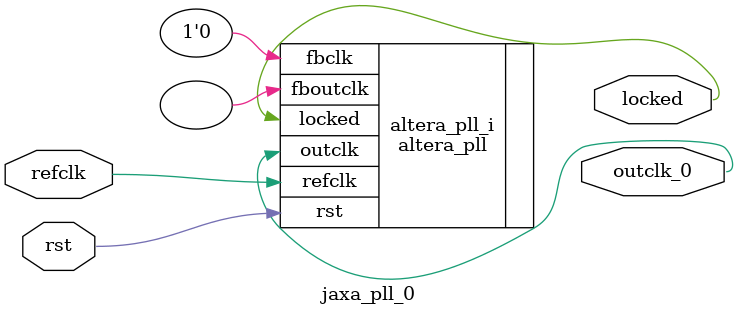
<source format=v>
`timescale 1ns/10ps
module  jaxa_pll_0(

	// interface 'refclk'
	input wire refclk,

	// interface 'reset'
	input wire rst,

	// interface 'outclk0'
	output wire outclk_0,

	// interface 'locked'
	output wire locked
);

	altera_pll #(
		.fractional_vco_multiplier("false"),
		.reference_clock_frequency("100.0 MHz"),
		.operation_mode("direct"),
		.number_of_clocks(1),
		.output_clock_frequency0("100.000000 MHz"),
		.phase_shift0("0 ps"),
		.duty_cycle0(50),
		.output_clock_frequency1("0 MHz"),
		.phase_shift1("0 ps"),
		.duty_cycle1(50),
		.output_clock_frequency2("0 MHz"),
		.phase_shift2("0 ps"),
		.duty_cycle2(50),
		.output_clock_frequency3("0 MHz"),
		.phase_shift3("0 ps"),
		.duty_cycle3(50),
		.output_clock_frequency4("0 MHz"),
		.phase_shift4("0 ps"),
		.duty_cycle4(50),
		.output_clock_frequency5("0 MHz"),
		.phase_shift5("0 ps"),
		.duty_cycle5(50),
		.output_clock_frequency6("0 MHz"),
		.phase_shift6("0 ps"),
		.duty_cycle6(50),
		.output_clock_frequency7("0 MHz"),
		.phase_shift7("0 ps"),
		.duty_cycle7(50),
		.output_clock_frequency8("0 MHz"),
		.phase_shift8("0 ps"),
		.duty_cycle8(50),
		.output_clock_frequency9("0 MHz"),
		.phase_shift9("0 ps"),
		.duty_cycle9(50),
		.output_clock_frequency10("0 MHz"),
		.phase_shift10("0 ps"),
		.duty_cycle10(50),
		.output_clock_frequency11("0 MHz"),
		.phase_shift11("0 ps"),
		.duty_cycle11(50),
		.output_clock_frequency12("0 MHz"),
		.phase_shift12("0 ps"),
		.duty_cycle12(50),
		.output_clock_frequency13("0 MHz"),
		.phase_shift13("0 ps"),
		.duty_cycle13(50),
		.output_clock_frequency14("0 MHz"),
		.phase_shift14("0 ps"),
		.duty_cycle14(50),
		.output_clock_frequency15("0 MHz"),
		.phase_shift15("0 ps"),
		.duty_cycle15(50),
		.output_clock_frequency16("0 MHz"),
		.phase_shift16("0 ps"),
		.duty_cycle16(50),
		.output_clock_frequency17("0 MHz"),
		.phase_shift17("0 ps"),
		.duty_cycle17(50),
		.pll_type("General"),
		.pll_subtype("General")
	) altera_pll_i (
		.rst	(rst),
		.outclk	({outclk_0}),
		.locked	(locked),
		.fboutclk	( ),
		.fbclk	(1'b0),
		.refclk	(refclk)
	);
endmodule


</source>
